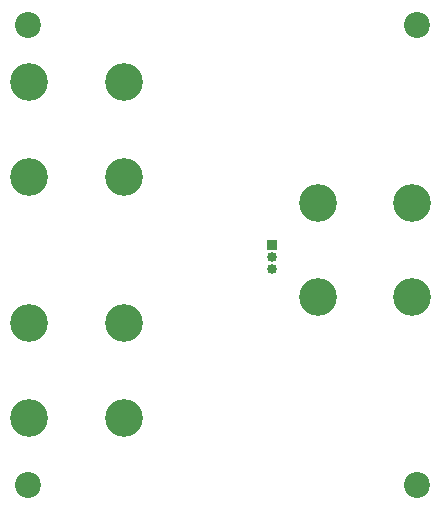
<source format=gbr>
%TF.GenerationSoftware,KiCad,Pcbnew,8.0.1*%
%TF.CreationDate,2024-04-15T20:02:01-07:00*%
%TF.ProjectId,Ideal OR Diode,49646561-6c20-44f5-9220-44696f64652e,1.0*%
%TF.SameCoordinates,Original*%
%TF.FileFunction,Soldermask,Bot*%
%TF.FilePolarity,Negative*%
%FSLAX46Y46*%
G04 Gerber Fmt 4.6, Leading zero omitted, Abs format (unit mm)*
G04 Created by KiCad (PCBNEW 8.0.1) date 2024-04-15 20:02:01*
%MOMM*%
%LPD*%
G01*
G04 APERTURE LIST*
%ADD10C,3.200000*%
%ADD11C,2.200000*%
%ADD12R,0.850000X0.850000*%
%ADD13O,0.850000X0.850000*%
G04 APERTURE END LIST*
D10*
%TO.C,J1*%
X117100000Y-89000000D03*
X117100000Y-97000000D03*
X125100000Y-89000000D03*
X125100000Y-97000000D03*
%TD*%
D11*
%TO.C,H3*%
X149900000Y-63800000D03*
%TD*%
%TO.C,H2*%
X117000000Y-102700000D03*
%TD*%
D12*
%TO.C,J4*%
X137600000Y-82400000D03*
D13*
X137600000Y-83400000D03*
X137600000Y-84400000D03*
%TD*%
D10*
%TO.C,J3*%
X141500000Y-78800000D03*
X141500000Y-86800000D03*
X149500000Y-78800000D03*
X149500000Y-86800000D03*
%TD*%
%TO.C,J2*%
X117100000Y-68600000D03*
X117100000Y-76600000D03*
X125100000Y-68600000D03*
X125100000Y-76600000D03*
%TD*%
D11*
%TO.C,H4*%
X149900000Y-102700000D03*
%TD*%
%TO.C,H1*%
X117000000Y-63800000D03*
%TD*%
M02*

</source>
